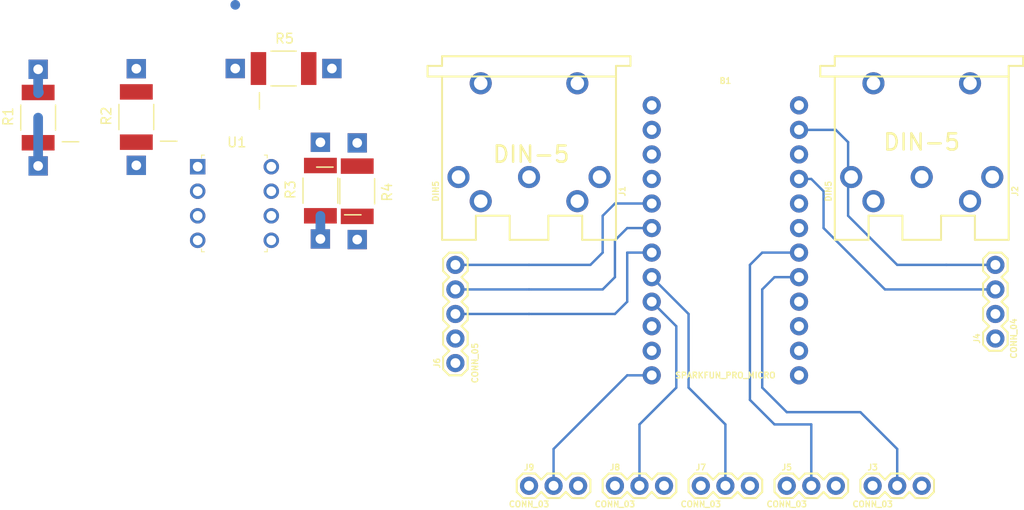
<source format=kicad_pcb>
(kicad_pcb (version 20171130) (host pcbnew "(5.1.4-0-10_14)")

  (general
    (thickness 1.6)
    (drawings 0)
    (tracks 58)
    (zones 0)
    (modules 16)
    (nets 39)
  )

  (page A4)
  (layers
    (0 F.Cu signal)
    (31 B.Cu signal)
    (32 B.Adhes user)
    (33 F.Adhes user)
    (34 B.Paste user)
    (35 F.Paste user)
    (36 B.SilkS user)
    (37 F.SilkS user)
    (38 B.Mask user)
    (39 F.Mask user)
    (40 Dwgs.User user)
    (41 Cmts.User user)
    (42 Eco1.User user)
    (43 Eco2.User user)
    (44 Edge.Cuts user)
    (45 Margin user)
    (46 B.CrtYd user)
    (47 F.CrtYd user)
    (48 B.Fab user)
    (49 F.Fab user)
  )

  (setup
    (last_trace_width 0.25)
    (user_trace_width 1)
    (user_trace_width 1.2)
    (user_trace_width 1.5)
    (user_trace_width 2)
    (trace_clearance 0.2)
    (zone_clearance 0.508)
    (zone_45_only no)
    (trace_min 0.2)
    (via_size 0.8)
    (via_drill 0.4)
    (via_min_size 0.4)
    (via_min_drill 0.3)
    (uvia_size 0.3)
    (uvia_drill 0.1)
    (uvias_allowed no)
    (uvia_min_size 0.2)
    (uvia_min_drill 0.1)
    (edge_width 0.05)
    (segment_width 0.2)
    (pcb_text_width 0.3)
    (pcb_text_size 1.5 1.5)
    (mod_edge_width 0.12)
    (mod_text_size 1 1)
    (mod_text_width 0.15)
    (pad_size 1.524 1.524)
    (pad_drill 0.762)
    (pad_to_mask_clearance 0.051)
    (solder_mask_min_width 0.25)
    (aux_axis_origin 0 0)
    (visible_elements FFFFFF7F)
    (pcbplotparams
      (layerselection 0x010fc_ffffffff)
      (usegerberextensions false)
      (usegerberattributes false)
      (usegerberadvancedattributes false)
      (creategerberjobfile false)
      (excludeedgelayer true)
      (linewidth 0.100000)
      (plotframeref false)
      (viasonmask false)
      (mode 1)
      (useauxorigin false)
      (hpglpennumber 1)
      (hpglpenspeed 20)
      (hpglpendiameter 15.000000)
      (psnegative false)
      (psa4output false)
      (plotreference true)
      (plotvalue true)
      (plotinvisibletext false)
      (padsonsilk false)
      (subtractmaskfromsilk false)
      (outputformat 1)
      (mirror false)
      (drillshape 1)
      (scaleselection 1)
      (outputdirectory ""))
  )

  (net 0 "")
  (net 1 "Net-(B1-Pad24)")
  (net 2 GND)
  (net 3 "Net-(B1-Pad22)")
  (net 4 "Net-(B1-Pad21)")
  (net 5 "Net-(B1-Pad20)")
  (net 6 "Net-(B1-Pad19)")
  (net 7 "Net-(B1-Pad18)")
  (net 8 "Net-(B1-Pad17)")
  (net 9 "Net-(B1-Pad16)")
  (net 10 "Net-(B1-Pad15)")
  (net 11 "Net-(B1-Pad14)")
  (net 12 "Net-(B1-Pad13)")
  (net 13 "Net-(B1-Pad12)")
  (net 14 "Net-(B1-Pad11)")
  (net 15 "Net-(B1-Pad10)")
  (net 16 "Net-(B1-Pad9)")
  (net 17 "Net-(B1-Pad8)")
  (net 18 "Net-(B1-Pad7)")
  (net 19 "Net-(B1-Pad6)")
  (net 20 "Net-(B1-Pad5)")
  (net 21 "Net-(B1-Pad4)")
  (net 22 "Net-(B1-Pad3)")
  (net 23 "Net-(B1-Pad2)")
  (net 24 "Net-(B1-Pad1)")
  (net 25 "Net-(J1-Pad5)")
  (net 26 "Net-(J1-Pad4)")
  (net 27 "Net-(J1-Pad3)")
  (net 28 "Net-(J1-Pad2)")
  (net 29 "Net-(J1-Pad1)")
  (net 30 "Net-(J2-Pad4)")
  (net 31 "Net-(J2-Pad3)")
  (net 32 "Net-(J2-Pad2)")
  (net 33 "Net-(J2-Pad1)")
  (net 34 "Net-(R1-Pad1)")
  (net 35 "Net-(R2-Pad1)")
  (net 36 "Net-(R4-Pad1)")
  (net 37 "Net-(U1-Pad4)")
  (net 38 "Net-(U1-Pad1)")

  (net_class Default "This is the default net class."
    (clearance 0.2)
    (trace_width 0.25)
    (via_dia 0.8)
    (via_drill 0.4)
    (uvia_dia 0.3)
    (uvia_drill 0.1)
    (add_net GND)
    (add_net "Net-(B1-Pad1)")
    (add_net "Net-(B1-Pad10)")
    (add_net "Net-(B1-Pad11)")
    (add_net "Net-(B1-Pad12)")
    (add_net "Net-(B1-Pad13)")
    (add_net "Net-(B1-Pad14)")
    (add_net "Net-(B1-Pad15)")
    (add_net "Net-(B1-Pad16)")
    (add_net "Net-(B1-Pad17)")
    (add_net "Net-(B1-Pad18)")
    (add_net "Net-(B1-Pad19)")
    (add_net "Net-(B1-Pad2)")
    (add_net "Net-(B1-Pad20)")
    (add_net "Net-(B1-Pad21)")
    (add_net "Net-(B1-Pad22)")
    (add_net "Net-(B1-Pad24)")
    (add_net "Net-(B1-Pad3)")
    (add_net "Net-(B1-Pad4)")
    (add_net "Net-(B1-Pad5)")
    (add_net "Net-(B1-Pad6)")
    (add_net "Net-(B1-Pad7)")
    (add_net "Net-(B1-Pad8)")
    (add_net "Net-(B1-Pad9)")
    (add_net "Net-(J1-Pad1)")
    (add_net "Net-(J1-Pad2)")
    (add_net "Net-(J1-Pad3)")
    (add_net "Net-(J1-Pad4)")
    (add_net "Net-(J1-Pad5)")
    (add_net "Net-(J2-Pad1)")
    (add_net "Net-(J2-Pad2)")
    (add_net "Net-(J2-Pad3)")
    (add_net "Net-(J2-Pad4)")
    (add_net "Net-(R1-Pad1)")
    (add_net "Net-(R2-Pad1)")
    (add_net "Net-(R4-Pad1)")
    (add_net "Net-(U1-Pad1)")
    (add_net "Net-(U1-Pad4)")
  )

  (module Sparkfun_Connectors:1X03 (layer F.Cu) (tedit 200000) (tstamp 5DBDC84F)
    (at 123.19 80.01)
    (descr "PLATED THROUGH HOLE - 3 PIN")
    (tags "PLATED THROUGH HOLE - 3 PIN")
    (path /5DC7B154)
    (attr virtual)
    (fp_text reference J9 (at 0 -1.905) (layer F.SilkS)
      (effects (font (size 0.6096 0.6096) (thickness 0.127)))
    )
    (fp_text value CONN_03 (at 0 1.905) (layer F.SilkS)
      (effects (font (size 0.6096 0.6096) (thickness 0.127)))
    )
    (fp_line (start 6.35 -0.635) (end 6.35 0.635) (layer F.SilkS) (width 0.2032))
    (fp_line (start 0.635 1.27) (end -0.635 1.27) (layer F.SilkS) (width 0.2032))
    (fp_line (start -1.27 0.635) (end -0.635 1.27) (layer F.SilkS) (width 0.2032))
    (fp_line (start -0.635 -1.27) (end -1.27 -0.635) (layer F.SilkS) (width 0.2032))
    (fp_line (start -1.27 -0.635) (end -1.27 0.635) (layer F.SilkS) (width 0.2032))
    (fp_line (start 1.905 1.27) (end 1.27 0.635) (layer F.SilkS) (width 0.2032))
    (fp_line (start 3.175 1.27) (end 1.905 1.27) (layer F.SilkS) (width 0.2032))
    (fp_line (start 3.81 0.635) (end 3.175 1.27) (layer F.SilkS) (width 0.2032))
    (fp_line (start 3.175 -1.27) (end 3.81 -0.635) (layer F.SilkS) (width 0.2032))
    (fp_line (start 1.905 -1.27) (end 3.175 -1.27) (layer F.SilkS) (width 0.2032))
    (fp_line (start 1.27 -0.635) (end 1.905 -1.27) (layer F.SilkS) (width 0.2032))
    (fp_line (start 1.27 0.635) (end 0.635 1.27) (layer F.SilkS) (width 0.2032))
    (fp_line (start 0.635 -1.27) (end 1.27 -0.635) (layer F.SilkS) (width 0.2032))
    (fp_line (start -0.635 -1.27) (end 0.635 -1.27) (layer F.SilkS) (width 0.2032))
    (fp_line (start 4.445 1.27) (end 3.81 0.635) (layer F.SilkS) (width 0.2032))
    (fp_line (start 5.715 1.27) (end 4.445 1.27) (layer F.SilkS) (width 0.2032))
    (fp_line (start 6.35 0.635) (end 5.715 1.27) (layer F.SilkS) (width 0.2032))
    (fp_line (start 5.715 -1.27) (end 6.35 -0.635) (layer F.SilkS) (width 0.2032))
    (fp_line (start 4.445 -1.27) (end 5.715 -1.27) (layer F.SilkS) (width 0.2032))
    (fp_line (start 3.81 -0.635) (end 4.445 -1.27) (layer F.SilkS) (width 0.2032))
    (fp_line (start -0.254 0.254) (end -0.254 -0.254) (layer Dwgs.User) (width 0.06604))
    (fp_line (start -0.254 -0.254) (end 0.254 -0.254) (layer Dwgs.User) (width 0.06604))
    (fp_line (start 0.254 0.254) (end 0.254 -0.254) (layer Dwgs.User) (width 0.06604))
    (fp_line (start -0.254 0.254) (end 0.254 0.254) (layer Dwgs.User) (width 0.06604))
    (fp_line (start 2.286 0.254) (end 2.286 -0.254) (layer Dwgs.User) (width 0.06604))
    (fp_line (start 2.286 -0.254) (end 2.794 -0.254) (layer Dwgs.User) (width 0.06604))
    (fp_line (start 2.794 0.254) (end 2.794 -0.254) (layer Dwgs.User) (width 0.06604))
    (fp_line (start 2.286 0.254) (end 2.794 0.254) (layer Dwgs.User) (width 0.06604))
    (fp_line (start 4.826 0.254) (end 4.826 -0.254) (layer Dwgs.User) (width 0.06604))
    (fp_line (start 4.826 -0.254) (end 5.334 -0.254) (layer Dwgs.User) (width 0.06604))
    (fp_line (start 5.334 0.254) (end 5.334 -0.254) (layer Dwgs.User) (width 0.06604))
    (fp_line (start 4.826 0.254) (end 5.334 0.254) (layer Dwgs.User) (width 0.06604))
    (pad 3 thru_hole circle (at 5.08 0) (size 1.8796 1.8796) (drill 1.016) (layers *.Cu *.Mask)
      (net 2 GND) (solder_mask_margin 0.1016))
    (pad 2 thru_hole circle (at 2.54 0) (size 1.8796 1.8796) (drill 1.016) (layers *.Cu *.Mask)
      (net 13 "Net-(B1-Pad12)") (solder_mask_margin 0.1016))
    (pad 1 thru_hole circle (at 0 0) (size 1.8796 1.8796) (drill 1.016) (layers *.Cu *.Mask)
      (net 4 "Net-(B1-Pad21)") (solder_mask_margin 0.1016))
  )

  (module Sparkfun_Connectors:1X03 (layer F.Cu) (tedit 200000) (tstamp 5DBDC828)
    (at 132.08 80.01)
    (descr "PLATED THROUGH HOLE - 3 PIN")
    (tags "PLATED THROUGH HOLE - 3 PIN")
    (path /5DC7B833)
    (attr virtual)
    (fp_text reference J8 (at 0 -1.905) (layer F.SilkS)
      (effects (font (size 0.6096 0.6096) (thickness 0.127)))
    )
    (fp_text value CONN_03 (at 0 1.905) (layer F.SilkS)
      (effects (font (size 0.6096 0.6096) (thickness 0.127)))
    )
    (fp_line (start 6.35 -0.635) (end 6.35 0.635) (layer F.SilkS) (width 0.2032))
    (fp_line (start 0.635 1.27) (end -0.635 1.27) (layer F.SilkS) (width 0.2032))
    (fp_line (start -1.27 0.635) (end -0.635 1.27) (layer F.SilkS) (width 0.2032))
    (fp_line (start -0.635 -1.27) (end -1.27 -0.635) (layer F.SilkS) (width 0.2032))
    (fp_line (start -1.27 -0.635) (end -1.27 0.635) (layer F.SilkS) (width 0.2032))
    (fp_line (start 1.905 1.27) (end 1.27 0.635) (layer F.SilkS) (width 0.2032))
    (fp_line (start 3.175 1.27) (end 1.905 1.27) (layer F.SilkS) (width 0.2032))
    (fp_line (start 3.81 0.635) (end 3.175 1.27) (layer F.SilkS) (width 0.2032))
    (fp_line (start 3.175 -1.27) (end 3.81 -0.635) (layer F.SilkS) (width 0.2032))
    (fp_line (start 1.905 -1.27) (end 3.175 -1.27) (layer F.SilkS) (width 0.2032))
    (fp_line (start 1.27 -0.635) (end 1.905 -1.27) (layer F.SilkS) (width 0.2032))
    (fp_line (start 1.27 0.635) (end 0.635 1.27) (layer F.SilkS) (width 0.2032))
    (fp_line (start 0.635 -1.27) (end 1.27 -0.635) (layer F.SilkS) (width 0.2032))
    (fp_line (start -0.635 -1.27) (end 0.635 -1.27) (layer F.SilkS) (width 0.2032))
    (fp_line (start 4.445 1.27) (end 3.81 0.635) (layer F.SilkS) (width 0.2032))
    (fp_line (start 5.715 1.27) (end 4.445 1.27) (layer F.SilkS) (width 0.2032))
    (fp_line (start 6.35 0.635) (end 5.715 1.27) (layer F.SilkS) (width 0.2032))
    (fp_line (start 5.715 -1.27) (end 6.35 -0.635) (layer F.SilkS) (width 0.2032))
    (fp_line (start 4.445 -1.27) (end 5.715 -1.27) (layer F.SilkS) (width 0.2032))
    (fp_line (start 3.81 -0.635) (end 4.445 -1.27) (layer F.SilkS) (width 0.2032))
    (fp_line (start -0.254 0.254) (end -0.254 -0.254) (layer Dwgs.User) (width 0.06604))
    (fp_line (start -0.254 -0.254) (end 0.254 -0.254) (layer Dwgs.User) (width 0.06604))
    (fp_line (start 0.254 0.254) (end 0.254 -0.254) (layer Dwgs.User) (width 0.06604))
    (fp_line (start -0.254 0.254) (end 0.254 0.254) (layer Dwgs.User) (width 0.06604))
    (fp_line (start 2.286 0.254) (end 2.286 -0.254) (layer Dwgs.User) (width 0.06604))
    (fp_line (start 2.286 -0.254) (end 2.794 -0.254) (layer Dwgs.User) (width 0.06604))
    (fp_line (start 2.794 0.254) (end 2.794 -0.254) (layer Dwgs.User) (width 0.06604))
    (fp_line (start 2.286 0.254) (end 2.794 0.254) (layer Dwgs.User) (width 0.06604))
    (fp_line (start 4.826 0.254) (end 4.826 -0.254) (layer Dwgs.User) (width 0.06604))
    (fp_line (start 4.826 -0.254) (end 5.334 -0.254) (layer Dwgs.User) (width 0.06604))
    (fp_line (start 5.334 0.254) (end 5.334 -0.254) (layer Dwgs.User) (width 0.06604))
    (fp_line (start 4.826 0.254) (end 5.334 0.254) (layer Dwgs.User) (width 0.06604))
    (pad 3 thru_hole circle (at 5.08 0) (size 1.8796 1.8796) (drill 1.016) (layers *.Cu *.Mask)
      (net 2 GND) (solder_mask_margin 0.1016))
    (pad 2 thru_hole circle (at 2.54 0) (size 1.8796 1.8796) (drill 1.016) (layers *.Cu *.Mask)
      (net 16 "Net-(B1-Pad9)") (solder_mask_margin 0.1016))
    (pad 1 thru_hole circle (at 0 0) (size 1.8796 1.8796) (drill 1.016) (layers *.Cu *.Mask)
      (net 4 "Net-(B1-Pad21)") (solder_mask_margin 0.1016))
  )

  (module Sparkfun_Connectors:1X03 (layer F.Cu) (tedit 200000) (tstamp 5DBDC801)
    (at 140.97 80.01)
    (descr "PLATED THROUGH HOLE - 3 PIN")
    (tags "PLATED THROUGH HOLE - 3 PIN")
    (path /5DC7BBB2)
    (attr virtual)
    (fp_text reference J7 (at 0 -1.905) (layer F.SilkS)
      (effects (font (size 0.6096 0.6096) (thickness 0.127)))
    )
    (fp_text value CONN_03 (at 0 1.905) (layer F.SilkS)
      (effects (font (size 0.6096 0.6096) (thickness 0.127)))
    )
    (fp_line (start 6.35 -0.635) (end 6.35 0.635) (layer F.SilkS) (width 0.2032))
    (fp_line (start 0.635 1.27) (end -0.635 1.27) (layer F.SilkS) (width 0.2032))
    (fp_line (start -1.27 0.635) (end -0.635 1.27) (layer F.SilkS) (width 0.2032))
    (fp_line (start -0.635 -1.27) (end -1.27 -0.635) (layer F.SilkS) (width 0.2032))
    (fp_line (start -1.27 -0.635) (end -1.27 0.635) (layer F.SilkS) (width 0.2032))
    (fp_line (start 1.905 1.27) (end 1.27 0.635) (layer F.SilkS) (width 0.2032))
    (fp_line (start 3.175 1.27) (end 1.905 1.27) (layer F.SilkS) (width 0.2032))
    (fp_line (start 3.81 0.635) (end 3.175 1.27) (layer F.SilkS) (width 0.2032))
    (fp_line (start 3.175 -1.27) (end 3.81 -0.635) (layer F.SilkS) (width 0.2032))
    (fp_line (start 1.905 -1.27) (end 3.175 -1.27) (layer F.SilkS) (width 0.2032))
    (fp_line (start 1.27 -0.635) (end 1.905 -1.27) (layer F.SilkS) (width 0.2032))
    (fp_line (start 1.27 0.635) (end 0.635 1.27) (layer F.SilkS) (width 0.2032))
    (fp_line (start 0.635 -1.27) (end 1.27 -0.635) (layer F.SilkS) (width 0.2032))
    (fp_line (start -0.635 -1.27) (end 0.635 -1.27) (layer F.SilkS) (width 0.2032))
    (fp_line (start 4.445 1.27) (end 3.81 0.635) (layer F.SilkS) (width 0.2032))
    (fp_line (start 5.715 1.27) (end 4.445 1.27) (layer F.SilkS) (width 0.2032))
    (fp_line (start 6.35 0.635) (end 5.715 1.27) (layer F.SilkS) (width 0.2032))
    (fp_line (start 5.715 -1.27) (end 6.35 -0.635) (layer F.SilkS) (width 0.2032))
    (fp_line (start 4.445 -1.27) (end 5.715 -1.27) (layer F.SilkS) (width 0.2032))
    (fp_line (start 3.81 -0.635) (end 4.445 -1.27) (layer F.SilkS) (width 0.2032))
    (fp_line (start -0.254 0.254) (end -0.254 -0.254) (layer Dwgs.User) (width 0.06604))
    (fp_line (start -0.254 -0.254) (end 0.254 -0.254) (layer Dwgs.User) (width 0.06604))
    (fp_line (start 0.254 0.254) (end 0.254 -0.254) (layer Dwgs.User) (width 0.06604))
    (fp_line (start -0.254 0.254) (end 0.254 0.254) (layer Dwgs.User) (width 0.06604))
    (fp_line (start 2.286 0.254) (end 2.286 -0.254) (layer Dwgs.User) (width 0.06604))
    (fp_line (start 2.286 -0.254) (end 2.794 -0.254) (layer Dwgs.User) (width 0.06604))
    (fp_line (start 2.794 0.254) (end 2.794 -0.254) (layer Dwgs.User) (width 0.06604))
    (fp_line (start 2.286 0.254) (end 2.794 0.254) (layer Dwgs.User) (width 0.06604))
    (fp_line (start 4.826 0.254) (end 4.826 -0.254) (layer Dwgs.User) (width 0.06604))
    (fp_line (start 4.826 -0.254) (end 5.334 -0.254) (layer Dwgs.User) (width 0.06604))
    (fp_line (start 5.334 0.254) (end 5.334 -0.254) (layer Dwgs.User) (width 0.06604))
    (fp_line (start 4.826 0.254) (end 5.334 0.254) (layer Dwgs.User) (width 0.06604))
    (pad 3 thru_hole circle (at 5.08 0) (size 1.8796 1.8796) (drill 1.016) (layers *.Cu *.Mask)
      (net 2 GND) (solder_mask_margin 0.1016))
    (pad 2 thru_hole circle (at 2.54 0) (size 1.8796 1.8796) (drill 1.016) (layers *.Cu *.Mask)
      (net 17 "Net-(B1-Pad8)") (solder_mask_margin 0.1016))
    (pad 1 thru_hole circle (at 0 0) (size 1.8796 1.8796) (drill 1.016) (layers *.Cu *.Mask)
      (net 4 "Net-(B1-Pad21)") (solder_mask_margin 0.1016))
  )

  (module Sparkfun_Connectors:1X03 (layer F.Cu) (tedit 200000) (tstamp 5DBDAFD3)
    (at 149.86 80.01)
    (descr "PLATED THROUGH HOLE - 3 PIN")
    (tags "PLATED THROUGH HOLE - 3 PIN")
    (path /5DC71CAA)
    (attr virtual)
    (fp_text reference J5 (at 0 -1.905) (layer F.SilkS)
      (effects (font (size 0.6096 0.6096) (thickness 0.127)))
    )
    (fp_text value CONN_03 (at 0 1.905) (layer F.SilkS)
      (effects (font (size 0.6096 0.6096) (thickness 0.127)))
    )
    (fp_line (start 6.35 -0.635) (end 6.35 0.635) (layer F.SilkS) (width 0.2032))
    (fp_line (start 0.635 1.27) (end -0.635 1.27) (layer F.SilkS) (width 0.2032))
    (fp_line (start -1.27 0.635) (end -0.635 1.27) (layer F.SilkS) (width 0.2032))
    (fp_line (start -0.635 -1.27) (end -1.27 -0.635) (layer F.SilkS) (width 0.2032))
    (fp_line (start -1.27 -0.635) (end -1.27 0.635) (layer F.SilkS) (width 0.2032))
    (fp_line (start 1.905 1.27) (end 1.27 0.635) (layer F.SilkS) (width 0.2032))
    (fp_line (start 3.175 1.27) (end 1.905 1.27) (layer F.SilkS) (width 0.2032))
    (fp_line (start 3.81 0.635) (end 3.175 1.27) (layer F.SilkS) (width 0.2032))
    (fp_line (start 3.175 -1.27) (end 3.81 -0.635) (layer F.SilkS) (width 0.2032))
    (fp_line (start 1.905 -1.27) (end 3.175 -1.27) (layer F.SilkS) (width 0.2032))
    (fp_line (start 1.27 -0.635) (end 1.905 -1.27) (layer F.SilkS) (width 0.2032))
    (fp_line (start 1.27 0.635) (end 0.635 1.27) (layer F.SilkS) (width 0.2032))
    (fp_line (start 0.635 -1.27) (end 1.27 -0.635) (layer F.SilkS) (width 0.2032))
    (fp_line (start -0.635 -1.27) (end 0.635 -1.27) (layer F.SilkS) (width 0.2032))
    (fp_line (start 4.445 1.27) (end 3.81 0.635) (layer F.SilkS) (width 0.2032))
    (fp_line (start 5.715 1.27) (end 4.445 1.27) (layer F.SilkS) (width 0.2032))
    (fp_line (start 6.35 0.635) (end 5.715 1.27) (layer F.SilkS) (width 0.2032))
    (fp_line (start 5.715 -1.27) (end 6.35 -0.635) (layer F.SilkS) (width 0.2032))
    (fp_line (start 4.445 -1.27) (end 5.715 -1.27) (layer F.SilkS) (width 0.2032))
    (fp_line (start 3.81 -0.635) (end 4.445 -1.27) (layer F.SilkS) (width 0.2032))
    (fp_line (start -0.254 0.254) (end -0.254 -0.254) (layer Dwgs.User) (width 0.06604))
    (fp_line (start -0.254 -0.254) (end 0.254 -0.254) (layer Dwgs.User) (width 0.06604))
    (fp_line (start 0.254 0.254) (end 0.254 -0.254) (layer Dwgs.User) (width 0.06604))
    (fp_line (start -0.254 0.254) (end 0.254 0.254) (layer Dwgs.User) (width 0.06604))
    (fp_line (start 2.286 0.254) (end 2.286 -0.254) (layer Dwgs.User) (width 0.06604))
    (fp_line (start 2.286 -0.254) (end 2.794 -0.254) (layer Dwgs.User) (width 0.06604))
    (fp_line (start 2.794 0.254) (end 2.794 -0.254) (layer Dwgs.User) (width 0.06604))
    (fp_line (start 2.286 0.254) (end 2.794 0.254) (layer Dwgs.User) (width 0.06604))
    (fp_line (start 4.826 0.254) (end 4.826 -0.254) (layer Dwgs.User) (width 0.06604))
    (fp_line (start 4.826 -0.254) (end 5.334 -0.254) (layer Dwgs.User) (width 0.06604))
    (fp_line (start 5.334 0.254) (end 5.334 -0.254) (layer Dwgs.User) (width 0.06604))
    (fp_line (start 4.826 0.254) (end 5.334 0.254) (layer Dwgs.User) (width 0.06604))
    (pad 3 thru_hole circle (at 5.08 0) (size 1.8796 1.8796) (drill 1.016) (layers *.Cu *.Mask)
      (net 2 GND) (solder_mask_margin 0.1016))
    (pad 2 thru_hole circle (at 2.54 0) (size 1.8796 1.8796) (drill 1.016) (layers *.Cu *.Mask)
      (net 7 "Net-(B1-Pad18)") (solder_mask_margin 0.1016))
    (pad 1 thru_hole circle (at 0 0) (size 1.8796 1.8796) (drill 1.016) (layers *.Cu *.Mask)
      (net 4 "Net-(B1-Pad21)") (solder_mask_margin 0.1016))
  )

  (module Sparkfun_Connectors:1X04 (layer F.Cu) (tedit 5963D2C6) (tstamp 5DBDAFAC)
    (at 171.45 64.77 90)
    (descr "PLATED THROUGH HOLE - 4 PIN")
    (tags "PLATED THROUGH HOLE - 4 PIN")
    (path /5DC6CDC2)
    (attr virtual)
    (fp_text reference J4 (at 0 -1.905 90) (layer F.SilkS)
      (effects (font (size 0.6096 0.6096) (thickness 0.127)))
    )
    (fp_text value CONN_04 (at 0 1.905 90) (layer F.SilkS)
      (effects (font (size 0.6096 0.6096) (thickness 0.127)))
    )
    (fp_line (start 8.89 -0.635) (end 8.89 0.635) (layer F.SilkS) (width 0.2032))
    (fp_line (start 0.635 1.27) (end -0.635 1.27) (layer F.SilkS) (width 0.2032))
    (fp_line (start -1.27 0.635) (end -0.635 1.27) (layer F.SilkS) (width 0.2032))
    (fp_line (start -0.635 -1.27) (end -1.27 -0.635) (layer F.SilkS) (width 0.2032))
    (fp_line (start -1.27 -0.635) (end -1.27 0.635) (layer F.SilkS) (width 0.2032))
    (fp_line (start 1.905 1.27) (end 1.27 0.635) (layer F.SilkS) (width 0.2032))
    (fp_line (start 3.175 1.27) (end 1.905 1.27) (layer F.SilkS) (width 0.2032))
    (fp_line (start 3.81 0.635) (end 3.175 1.27) (layer F.SilkS) (width 0.2032))
    (fp_line (start 3.175 -1.27) (end 3.81 -0.635) (layer F.SilkS) (width 0.2032))
    (fp_line (start 1.905 -1.27) (end 3.175 -1.27) (layer F.SilkS) (width 0.2032))
    (fp_line (start 1.27 -0.635) (end 1.905 -1.27) (layer F.SilkS) (width 0.2032))
    (fp_line (start 1.27 0.635) (end 0.635 1.27) (layer F.SilkS) (width 0.2032))
    (fp_line (start 0.635 -1.27) (end 1.27 -0.635) (layer F.SilkS) (width 0.2032))
    (fp_line (start -0.635 -1.27) (end 0.635 -1.27) (layer F.SilkS) (width 0.2032))
    (fp_line (start 8.255 1.27) (end 6.985 1.27) (layer F.SilkS) (width 0.2032))
    (fp_line (start 6.35 0.635) (end 6.985 1.27) (layer F.SilkS) (width 0.2032))
    (fp_line (start 6.985 -1.27) (end 6.35 -0.635) (layer F.SilkS) (width 0.2032))
    (fp_line (start 4.445 1.27) (end 3.81 0.635) (layer F.SilkS) (width 0.2032))
    (fp_line (start 5.715 1.27) (end 4.445 1.27) (layer F.SilkS) (width 0.2032))
    (fp_line (start 6.35 0.635) (end 5.715 1.27) (layer F.SilkS) (width 0.2032))
    (fp_line (start 5.715 -1.27) (end 6.35 -0.635) (layer F.SilkS) (width 0.2032))
    (fp_line (start 4.445 -1.27) (end 5.715 -1.27) (layer F.SilkS) (width 0.2032))
    (fp_line (start 3.81 -0.635) (end 4.445 -1.27) (layer F.SilkS) (width 0.2032))
    (fp_line (start 8.89 0.635) (end 8.255 1.27) (layer F.SilkS) (width 0.2032))
    (fp_line (start 8.255 -1.27) (end 8.89 -0.635) (layer F.SilkS) (width 0.2032))
    (fp_line (start 6.985 -1.27) (end 8.255 -1.27) (layer F.SilkS) (width 0.2032))
    (pad 4 thru_hole circle (at 7.62 0 90) (size 1.8796 1.8796) (drill 1.016) (layers *.Cu *.Mask)
      (net 2 GND) (solder_mask_margin 0.1016))
    (pad 3 thru_hole circle (at 5.08 0 90) (size 1.8796 1.8796) (drill 1.016) (layers *.Cu *.Mask)
      (net 4 "Net-(B1-Pad21)") (solder_mask_margin 0.1016))
    (pad 2 thru_hole circle (at 2.54 0 90) (size 1.8796 1.8796) (drill 1.016) (layers *.Cu *.Mask)
      (net 9 "Net-(B1-Pad16)") (solder_mask_margin 0.1016))
    (pad 1 thru_hole circle (at 0 0 90) (size 1.8796 1.8796) (drill 1.016) (layers *.Cu *.Mask)
      (net 10 "Net-(B1-Pad15)") (solder_mask_margin 0.1016))
  )

  (module Sparkfun_Connectors:1X03 (layer F.Cu) (tedit 200000) (tstamp 5DBDAF8A)
    (at 158.75 80.01)
    (descr "PLATED THROUGH HOLE - 3 PIN")
    (tags "PLATED THROUGH HOLE - 3 PIN")
    (path /5DC71122)
    (attr virtual)
    (fp_text reference J3 (at 0 -1.905) (layer F.SilkS)
      (effects (font (size 0.6096 0.6096) (thickness 0.127)))
    )
    (fp_text value CONN_03 (at 0 1.905) (layer F.SilkS)
      (effects (font (size 0.6096 0.6096) (thickness 0.127)))
    )
    (fp_line (start 6.35 -0.635) (end 6.35 0.635) (layer F.SilkS) (width 0.2032))
    (fp_line (start 0.635 1.27) (end -0.635 1.27) (layer F.SilkS) (width 0.2032))
    (fp_line (start -1.27 0.635) (end -0.635 1.27) (layer F.SilkS) (width 0.2032))
    (fp_line (start -0.635 -1.27) (end -1.27 -0.635) (layer F.SilkS) (width 0.2032))
    (fp_line (start -1.27 -0.635) (end -1.27 0.635) (layer F.SilkS) (width 0.2032))
    (fp_line (start 1.905 1.27) (end 1.27 0.635) (layer F.SilkS) (width 0.2032))
    (fp_line (start 3.175 1.27) (end 1.905 1.27) (layer F.SilkS) (width 0.2032))
    (fp_line (start 3.81 0.635) (end 3.175 1.27) (layer F.SilkS) (width 0.2032))
    (fp_line (start 3.175 -1.27) (end 3.81 -0.635) (layer F.SilkS) (width 0.2032))
    (fp_line (start 1.905 -1.27) (end 3.175 -1.27) (layer F.SilkS) (width 0.2032))
    (fp_line (start 1.27 -0.635) (end 1.905 -1.27) (layer F.SilkS) (width 0.2032))
    (fp_line (start 1.27 0.635) (end 0.635 1.27) (layer F.SilkS) (width 0.2032))
    (fp_line (start 0.635 -1.27) (end 1.27 -0.635) (layer F.SilkS) (width 0.2032))
    (fp_line (start -0.635 -1.27) (end 0.635 -1.27) (layer F.SilkS) (width 0.2032))
    (fp_line (start 4.445 1.27) (end 3.81 0.635) (layer F.SilkS) (width 0.2032))
    (fp_line (start 5.715 1.27) (end 4.445 1.27) (layer F.SilkS) (width 0.2032))
    (fp_line (start 6.35 0.635) (end 5.715 1.27) (layer F.SilkS) (width 0.2032))
    (fp_line (start 5.715 -1.27) (end 6.35 -0.635) (layer F.SilkS) (width 0.2032))
    (fp_line (start 4.445 -1.27) (end 5.715 -1.27) (layer F.SilkS) (width 0.2032))
    (fp_line (start 3.81 -0.635) (end 4.445 -1.27) (layer F.SilkS) (width 0.2032))
    (fp_line (start -0.254 0.254) (end -0.254 -0.254) (layer Dwgs.User) (width 0.06604))
    (fp_line (start -0.254 -0.254) (end 0.254 -0.254) (layer Dwgs.User) (width 0.06604))
    (fp_line (start 0.254 0.254) (end 0.254 -0.254) (layer Dwgs.User) (width 0.06604))
    (fp_line (start -0.254 0.254) (end 0.254 0.254) (layer Dwgs.User) (width 0.06604))
    (fp_line (start 2.286 0.254) (end 2.286 -0.254) (layer Dwgs.User) (width 0.06604))
    (fp_line (start 2.286 -0.254) (end 2.794 -0.254) (layer Dwgs.User) (width 0.06604))
    (fp_line (start 2.794 0.254) (end 2.794 -0.254) (layer Dwgs.User) (width 0.06604))
    (fp_line (start 2.286 0.254) (end 2.794 0.254) (layer Dwgs.User) (width 0.06604))
    (fp_line (start 4.826 0.254) (end 4.826 -0.254) (layer Dwgs.User) (width 0.06604))
    (fp_line (start 4.826 -0.254) (end 5.334 -0.254) (layer Dwgs.User) (width 0.06604))
    (fp_line (start 5.334 0.254) (end 5.334 -0.254) (layer Dwgs.User) (width 0.06604))
    (fp_line (start 4.826 0.254) (end 5.334 0.254) (layer Dwgs.User) (width 0.06604))
    (pad 3 thru_hole circle (at 5.08 0) (size 1.8796 1.8796) (drill 1.016) (layers *.Cu *.Mask)
      (net 2 GND) (solder_mask_margin 0.1016))
    (pad 2 thru_hole circle (at 2.54 0) (size 1.8796 1.8796) (drill 1.016) (layers *.Cu *.Mask)
      (net 8 "Net-(B1-Pad17)") (solder_mask_margin 0.1016))
    (pad 1 thru_hole circle (at 0 0) (size 1.8796 1.8796) (drill 1.016) (layers *.Cu *.Mask)
      (net 4 "Net-(B1-Pad21)") (solder_mask_margin 0.1016))
  )

  (module Resistors_Universal:Resistor_SMD+THTuniversal_2512_RM10_HandSoldering_RevA_Date25Jun2010 (layer F.Cu) (tedit 0) (tstamp 5DBB3359)
    (at 97.79 36.83)
    (descr "Resistor, SMD+THT, 2512, RM10, Hand soldering,")
    (tags "Resistor, SMD+THT, 2512, RM10, Hand soldering,")
    (path /5DBF0CBC)
    (fp_text reference R5 (at 0.09906 -3.0988) (layer F.SilkS)
      (effects (font (size 1 1) (thickness 0.15)))
    )
    (fp_text value RESISTOR0402 (at -0.39878 4.20116) (layer F.Fab)
      (effects (font (size 1 1) (thickness 0.15)))
    )
    (fp_line (start -1.30048 1.80086) (end 1.30048 1.80086) (layer F.SilkS) (width 0.15))
    (fp_line (start 1.30048 -1.80086) (end -1.30048 -1.80086) (layer F.SilkS) (width 0.15))
    (fp_line (start -2.49936 2.49936) (end -2.49936 4.20116) (layer F.SilkS) (width 0.15))
    (fp_circle (center 0 0) (end 0.8001 0) (layer F.Adhes) (width 0.381))
    (fp_circle (center 0 0) (end 0.50038 0) (layer F.Adhes) (width 0.381))
    (fp_circle (center 0 0) (end 0.20066 0) (layer F.Adhes) (width 0.381))
    (pad 1 smd rect (at -2.60096 0) (size 1.6002 3.40106) (layers F.Cu F.Paste F.Mask)
      (net 30 "Net-(J2-Pad4)"))
    (pad 2 smd rect (at 2.60096 0) (size 1.6002 3.40106) (layers F.Cu F.Paste F.Mask)
      (net 24 "Net-(B1-Pad1)"))
    (pad 1 thru_hole rect (at -5.00126 0 180) (size 1.99898 1.99898) (drill 1.00076) (layers *.Cu *.Mask)
      (net 30 "Net-(J2-Pad4)"))
    (pad 2 thru_hole rect (at 5.00126 0 180) (size 1.99898 1.99898) (drill 1.00076) (layers *.Cu *.Mask)
      (net 24 "Net-(B1-Pad1)"))
  )

  (module Resistors_Universal:Resistor_SMD+THTuniversal_2512_RM10_HandSoldering_RevA_Date25Jun2010 (layer F.Cu) (tedit 0) (tstamp 5DBB3341)
    (at 105.41 49.53 270)
    (descr "Resistor, SMD+THT, 2512, RM10, Hand soldering,")
    (tags "Resistor, SMD+THT, 2512, RM10, Hand soldering,")
    (path /5DBF17C6)
    (fp_text reference R4 (at 0.09906 -3.0988 90) (layer F.SilkS)
      (effects (font (size 1 1) (thickness 0.15)))
    )
    (fp_text value RESISTOR0402 (at -0.39878 4.20116 90) (layer F.Fab)
      (effects (font (size 1 1) (thickness 0.15)))
    )
    (fp_line (start -1.30048 1.80086) (end 1.30048 1.80086) (layer F.SilkS) (width 0.15))
    (fp_line (start 1.30048 -1.80086) (end -1.30048 -1.80086) (layer F.SilkS) (width 0.15))
    (fp_line (start -2.49936 2.49936) (end -2.49936 4.20116) (layer F.SilkS) (width 0.15))
    (fp_circle (center 0 0) (end 0.8001 0) (layer F.Adhes) (width 0.381))
    (fp_circle (center 0 0) (end 0.50038 0) (layer F.Adhes) (width 0.381))
    (fp_circle (center 0 0) (end 0.20066 0) (layer F.Adhes) (width 0.381))
    (pad 1 smd rect (at -2.60096 0 270) (size 1.6002 3.40106) (layers F.Cu F.Paste F.Mask)
      (net 36 "Net-(R4-Pad1)"))
    (pad 2 smd rect (at 2.60096 0 270) (size 1.6002 3.40106) (layers F.Cu F.Paste F.Mask)
      (net 2 GND))
    (pad 1 thru_hole rect (at -5.00126 0 90) (size 1.99898 1.99898) (drill 1.00076) (layers *.Cu *.Mask)
      (net 36 "Net-(R4-Pad1)"))
    (pad 2 thru_hole rect (at 5.00126 0 90) (size 1.99898 1.99898) (drill 1.00076) (layers *.Cu *.Mask)
      (net 2 GND))
  )

  (module Resistors_Universal:Resistor_SMD+THTuniversal_2512_RM10_HandSoldering_RevA_Date25Jun2010 (layer F.Cu) (tedit 0) (tstamp 5DBB3329)
    (at 101.6 49.46904 90)
    (descr "Resistor, SMD+THT, 2512, RM10, Hand soldering,")
    (tags "Resistor, SMD+THT, 2512, RM10, Hand soldering,")
    (path /5DBF1137)
    (fp_text reference R3 (at 0.09906 -3.0988 90) (layer F.SilkS)
      (effects (font (size 1 1) (thickness 0.15)))
    )
    (fp_text value RESISTOR0402 (at -0.39878 4.20116 90) (layer F.Fab)
      (effects (font (size 1 1) (thickness 0.15)))
    )
    (fp_line (start -1.30048 1.80086) (end 1.30048 1.80086) (layer F.SilkS) (width 0.15))
    (fp_line (start 1.30048 -1.80086) (end -1.30048 -1.80086) (layer F.SilkS) (width 0.15))
    (fp_line (start -2.49936 2.49936) (end -2.49936 4.20116) (layer F.SilkS) (width 0.15))
    (fp_circle (center 0 0) (end 0.8001 0) (layer F.Adhes) (width 0.381))
    (fp_circle (center 0 0) (end 0.50038 0) (layer F.Adhes) (width 0.381))
    (fp_circle (center 0 0) (end 0.20066 0) (layer F.Adhes) (width 0.381))
    (pad 1 smd rect (at -2.60096 0 90) (size 1.6002 3.40106) (layers F.Cu F.Paste F.Mask)
      (net 23 "Net-(B1-Pad2)"))
    (pad 2 smd rect (at 2.60096 0 90) (size 1.6002 3.40106) (layers F.Cu F.Paste F.Mask)
      (net 4 "Net-(B1-Pad21)"))
    (pad 1 thru_hole rect (at -5.00126 0 270) (size 1.99898 1.99898) (drill 1.00076) (layers *.Cu *.Mask)
      (net 23 "Net-(B1-Pad2)"))
    (pad 2 thru_hole rect (at 5.00126 0 270) (size 1.99898 1.99898) (drill 1.00076) (layers *.Cu *.Mask)
      (net 4 "Net-(B1-Pad21)"))
  )

  (module Resistors_Universal:Resistor_SMD+THTuniversal_2512_RM10_HandSoldering_RevA_Date25Jun2010 (layer F.Cu) (tedit 0) (tstamp 5DBB32F9)
    (at 72.39 41.91 90)
    (descr "Resistor, SMD+THT, 2512, RM10, Hand soldering,")
    (tags "Resistor, SMD+THT, 2512, RM10, Hand soldering,")
    (path /5DBEFA23)
    (fp_text reference R1 (at 0.09906 -3.0988 90) (layer F.SilkS)
      (effects (font (size 1 1) (thickness 0.15)))
    )
    (fp_text value RESISTOR0402 (at -0.39878 4.20116 90) (layer F.Fab)
      (effects (font (size 1 1) (thickness 0.15)))
    )
    (fp_line (start -1.30048 1.80086) (end 1.30048 1.80086) (layer F.SilkS) (width 0.15))
    (fp_line (start 1.30048 -1.80086) (end -1.30048 -1.80086) (layer F.SilkS) (width 0.15))
    (fp_line (start -2.49936 2.49936) (end -2.49936 4.20116) (layer F.SilkS) (width 0.15))
    (fp_circle (center 0 0) (end 0.8001 0) (layer F.Adhes) (width 0.381))
    (fp_circle (center 0 0) (end 0.50038 0) (layer F.Adhes) (width 0.381))
    (fp_circle (center 0 0) (end 0.20066 0) (layer F.Adhes) (width 0.381))
    (pad 1 smd rect (at -2.60096 0 90) (size 1.6002 3.40106) (layers F.Cu F.Paste F.Mask)
      (net 34 "Net-(R1-Pad1)"))
    (pad 2 smd rect (at 2.60096 0 90) (size 1.6002 3.40106) (layers F.Cu F.Paste F.Mask)
      (net 26 "Net-(J1-Pad4)"))
    (pad 1 thru_hole rect (at -5.00126 0 270) (size 1.99898 1.99898) (drill 1.00076) (layers *.Cu *.Mask)
      (net 34 "Net-(R1-Pad1)"))
    (pad 2 thru_hole rect (at 5.00126 0 270) (size 1.99898 1.99898) (drill 1.00076) (layers *.Cu *.Mask)
      (net 26 "Net-(J1-Pad4)"))
  )

  (module Sparkfun_Connectors:1X05 (layer F.Cu) (tedit 5963D3C1) (tstamp 5DBDA428)
    (at 115.57 67.31 90)
    (descr "PLATED THROUGH HOLE - 5 PIN")
    (tags "PLATED THROUGH HOLE - 5 PIN")
    (path /5DC364B3)
    (attr virtual)
    (fp_text reference J6 (at 0 -1.905 90) (layer F.SilkS)
      (effects (font (size 0.6096 0.6096) (thickness 0.127)))
    )
    (fp_text value CONN_05 (at 0 2.032 90) (layer F.SilkS)
      (effects (font (size 0.6096 0.6096) (thickness 0.127)))
    )
    (fp_line (start 11.43 -0.635) (end 11.43 0.635) (layer F.SilkS) (width 0.2032))
    (fp_line (start 0.635 1.27) (end -0.635 1.27) (layer F.SilkS) (width 0.2032))
    (fp_line (start -1.27 0.635) (end -0.635 1.27) (layer F.SilkS) (width 0.2032))
    (fp_line (start -0.635 -1.27) (end -1.27 -0.635) (layer F.SilkS) (width 0.2032))
    (fp_line (start -1.27 -0.635) (end -1.27 0.635) (layer F.SilkS) (width 0.2032))
    (fp_line (start 1.905 1.27) (end 1.27 0.635) (layer F.SilkS) (width 0.2032))
    (fp_line (start 3.175 1.27) (end 1.905 1.27) (layer F.SilkS) (width 0.2032))
    (fp_line (start 3.81 0.635) (end 3.175 1.27) (layer F.SilkS) (width 0.2032))
    (fp_line (start 3.175 -1.27) (end 3.81 -0.635) (layer F.SilkS) (width 0.2032))
    (fp_line (start 1.905 -1.27) (end 3.175 -1.27) (layer F.SilkS) (width 0.2032))
    (fp_line (start 1.27 -0.635) (end 1.905 -1.27) (layer F.SilkS) (width 0.2032))
    (fp_line (start 1.27 0.635) (end 0.635 1.27) (layer F.SilkS) (width 0.2032))
    (fp_line (start 0.635 -1.27) (end 1.27 -0.635) (layer F.SilkS) (width 0.2032))
    (fp_line (start -0.635 -1.27) (end 0.635 -1.27) (layer F.SilkS) (width 0.2032))
    (fp_line (start 8.255 1.27) (end 6.985 1.27) (layer F.SilkS) (width 0.2032))
    (fp_line (start 6.35 0.635) (end 6.985 1.27) (layer F.SilkS) (width 0.2032))
    (fp_line (start 6.985 -1.27) (end 6.35 -0.635) (layer F.SilkS) (width 0.2032))
    (fp_line (start 4.445 1.27) (end 3.81 0.635) (layer F.SilkS) (width 0.2032))
    (fp_line (start 5.715 1.27) (end 4.445 1.27) (layer F.SilkS) (width 0.2032))
    (fp_line (start 6.35 0.635) (end 5.715 1.27) (layer F.SilkS) (width 0.2032))
    (fp_line (start 5.715 -1.27) (end 6.35 -0.635) (layer F.SilkS) (width 0.2032))
    (fp_line (start 4.445 -1.27) (end 5.715 -1.27) (layer F.SilkS) (width 0.2032))
    (fp_line (start 3.81 -0.635) (end 4.445 -1.27) (layer F.SilkS) (width 0.2032))
    (fp_line (start 9.525 1.27) (end 8.89 0.635) (layer F.SilkS) (width 0.2032))
    (fp_line (start 10.795 1.27) (end 9.525 1.27) (layer F.SilkS) (width 0.2032))
    (fp_line (start 11.43 0.635) (end 10.795 1.27) (layer F.SilkS) (width 0.2032))
    (fp_line (start 10.795 -1.27) (end 11.43 -0.635) (layer F.SilkS) (width 0.2032))
    (fp_line (start 9.525 -1.27) (end 10.795 -1.27) (layer F.SilkS) (width 0.2032))
    (fp_line (start 8.89 -0.635) (end 9.525 -1.27) (layer F.SilkS) (width 0.2032))
    (fp_line (start 8.89 0.635) (end 8.255 1.27) (layer F.SilkS) (width 0.2032))
    (fp_line (start 8.255 -1.27) (end 8.89 -0.635) (layer F.SilkS) (width 0.2032))
    (fp_line (start 6.985 -1.27) (end 8.255 -1.27) (layer F.SilkS) (width 0.2032))
    (pad 5 thru_hole circle (at 10.16 0 90) (size 1.8796 1.8796) (drill 1.016) (layers *.Cu *.Mask)
      (net 20 "Net-(B1-Pad5)") (solder_mask_margin 0.1016))
    (pad 4 thru_hole circle (at 7.62 0 90) (size 1.8796 1.8796) (drill 1.016) (layers *.Cu *.Mask)
      (net 19 "Net-(B1-Pad6)") (solder_mask_margin 0.1016))
    (pad 3 thru_hole circle (at 5.08 0 90) (size 1.8796 1.8796) (drill 1.016) (layers *.Cu *.Mask)
      (net 18 "Net-(B1-Pad7)") (solder_mask_margin 0.1016))
    (pad 2 thru_hole circle (at 2.54 0 90) (size 1.8796 1.8796) (drill 1.016) (layers *.Cu *.Mask)
      (net 4 "Net-(B1-Pad21)") (solder_mask_margin 0.1016))
    (pad 1 thru_hole circle (at 0 0 90) (size 1.8796 1.8796) (drill 1.016) (layers *.Cu *.Mask)
      (net 2 GND) (solder_mask_margin 0.1016))
  )

  (module Resistors_Universal:Resistor_SMD+THTuniversal_2512_RM10_HandSoldering_RevA_Date25Jun2010 (layer F.Cu) (tedit 0) (tstamp 5DBB3311)
    (at 82.55 41.84904 90)
    (descr "Resistor, SMD+THT, 2512, RM10, Hand soldering,")
    (tags "Resistor, SMD+THT, 2512, RM10, Hand soldering,")
    (path /5DBF0841)
    (fp_text reference R2 (at 0.09906 -3.0988 90) (layer F.SilkS)
      (effects (font (size 1 1) (thickness 0.15)))
    )
    (fp_text value RESISTOR0402 (at -0.39878 4.20116 90) (layer F.Fab)
      (effects (font (size 1 1) (thickness 0.15)))
    )
    (fp_line (start -1.30048 1.80086) (end 1.30048 1.80086) (layer F.SilkS) (width 0.15))
    (fp_line (start 1.30048 -1.80086) (end -1.30048 -1.80086) (layer F.SilkS) (width 0.15))
    (fp_line (start -2.49936 2.49936) (end -2.49936 4.20116) (layer F.SilkS) (width 0.15))
    (fp_circle (center 0 0) (end 0.8001 0) (layer F.Adhes) (width 0.381))
    (fp_circle (center 0 0) (end 0.50038 0) (layer F.Adhes) (width 0.381))
    (fp_circle (center 0 0) (end 0.20066 0) (layer F.Adhes) (width 0.381))
    (pad 1 smd rect (at -2.60096 0 90) (size 1.6002 3.40106) (layers F.Cu F.Paste F.Mask)
      (net 35 "Net-(R2-Pad1)"))
    (pad 2 smd rect (at 2.60096 0 90) (size 1.6002 3.40106) (layers F.Cu F.Paste F.Mask)
      (net 25 "Net-(J1-Pad5)"))
    (pad 1 thru_hole rect (at -5.00126 0 270) (size 1.99898 1.99898) (drill 1.00076) (layers *.Cu *.Mask)
      (net 35 "Net-(R2-Pad1)"))
    (pad 2 thru_hole rect (at 5.00126 0 270) (size 1.99898 1.99898) (drill 1.00076) (layers *.Cu *.Mask)
      (net 25 "Net-(J1-Pad5)"))
  )

  (module digikey-footprints:DIP-8_W7.62mm (layer F.Cu) (tedit 5B86B3A2) (tstamp 5DBB3389)
    (at 88.9 46.99)
    (descr http://media.digikey.com/pdf/Data%20Sheets/Lite-On%20PDFs/6N137%20Series.pdf)
    (path /5DBE6CD1)
    (fp_text reference U1 (at 4.05 -2.52) (layer F.SilkS)
      (effects (font (size 1 1) (thickness 0.15)))
    )
    (fp_text value 6N137 (at 3.7035 10.33) (layer F.Fab)
      (effects (font (size 1 1) (thickness 0.15)))
    )
    (fp_text user REF** (at 3.94 3.81) (layer F.Fab)
      (effects (font (size 1 1) (thickness 0.1)))
    )
    (fp_line (start 0.55 -1.04) (end 0.55 8.64) (layer F.Fab) (width 0.1))
    (fp_line (start 7.05 -1.04) (end 7.05 8.64) (layer F.Fab) (width 0.1))
    (fp_line (start 0.55 -1.04) (end 7.05 -1.04) (layer F.Fab) (width 0.1))
    (fp_line (start 0.55 8.64) (end 7.05 8.64) (layer F.Fab) (width 0.1))
    (fp_line (start 0.4 8.8) (end 0.7 8.8) (layer F.SilkS) (width 0.1))
    (fp_line (start 0.4 8.5) (end 0.4 8.8) (layer F.SilkS) (width 0.1))
    (fp_line (start 7.2 8.8) (end 6.9 8.8) (layer F.SilkS) (width 0.1))
    (fp_line (start 7.2 8.5) (end 7.2 8.8) (layer F.SilkS) (width 0.1))
    (fp_line (start 7.2 -1.2) (end 6.9 -1.2) (layer F.SilkS) (width 0.1))
    (fp_line (start 7.2 -0.9) (end 7.2 -1.2) (layer F.SilkS) (width 0.1))
    (fp_line (start 0.4 -1.2) (end 0.7 -1.2) (layer F.SilkS) (width 0.1))
    (fp_line (start 0.4 -0.9) (end 0.4 -1.2) (layer F.SilkS) (width 0.1))
    (fp_line (start -1.05 -1.29) (end 8.67 -1.29) (layer F.CrtYd) (width 0.1))
    (fp_line (start 8.67 -1.29) (end 8.67 8.89) (layer F.CrtYd) (width 0.1))
    (fp_line (start -1.05 -1.29) (end -1.05 8.89) (layer F.CrtYd) (width 0.1))
    (fp_line (start -1.05 8.89) (end 8.67 8.89) (layer F.CrtYd) (width 0.1))
    (pad 8 thru_hole circle (at 7.62 0) (size 1.6 1.6) (drill 1) (layers *.Cu *.Mask)
      (net 4 "Net-(B1-Pad21)"))
    (pad 7 thru_hole circle (at 7.62 2.54) (size 1.6 1.6) (drill 1) (layers *.Cu *.Mask)
      (net 36 "Net-(R4-Pad1)"))
    (pad 6 thru_hole circle (at 7.62 5.08) (size 1.6 1.6) (drill 1) (layers *.Cu *.Mask)
      (net 23 "Net-(B1-Pad2)"))
    (pad 5 thru_hole circle (at 7.62 7.62) (size 1.6 1.6) (drill 1) (layers *.Cu *.Mask)
      (net 2 GND))
    (pad 4 thru_hole circle (at 0 7.62) (size 1.6 1.6) (drill 1) (layers *.Cu *.Mask)
      (net 37 "Net-(U1-Pad4)"))
    (pad 3 thru_hole circle (at 0 5.08) (size 1.6 1.6) (drill 1) (layers *.Cu *.Mask)
      (net 35 "Net-(R2-Pad1)"))
    (pad 2 thru_hole circle (at 0 2.54) (size 1.6 1.6) (drill 1) (layers *.Cu *.Mask)
      (net 34 "Net-(R1-Pad1)"))
    (pad 1 thru_hole rect (at 0 0) (size 1.6 1.6) (drill 1) (layers *.Cu *.Mask)
      (net 38 "Net-(U1-Pad1)"))
    (model ${KISYS3DMOD}/Housings_DIP.3dshapes/DIP-8_W7.62mm.wrl
      (at (xyz 0 0 0))
      (scale (xyz 1 1 1))
      (rotate (xyz 0 0 0))
    )
  )

  (module Sparkfun_Connectors:DIN5-RA-PTH (layer F.Cu) (tedit 200000) (tstamp 5DBB32A9)
    (at 163.83 35.56 180)
    (descr "DIN5/180 CONNECTOR - RIGHT ANGLE FEMALE")
    (tags "DIN5/180 CONNECTOR - RIGHT ANGLE FEMALE")
    (path /5DBE61B3)
    (attr virtual)
    (fp_text reference J2 (at -9.652 -13.97 90) (layer F.SilkS)
      (effects (font (size 0.6096 0.6096) (thickness 0.127)))
    )
    (fp_text value DIN5 (at 9.652 -13.97 90) (layer F.SilkS)
      (effects (font (size 0.6096 0.6096) (thickness 0.127)))
    )
    (fp_text user "BOARD EDGE" (at 4.064 3.9116) (layer Dwgs.User)
      (effects (font (size 0.8128 0.8128) (thickness 0.0762)))
    )
    (fp_text user DIN-5 (at 0 -8.89) (layer F.SilkS)
      (effects (font (size 1.6764 1.6764) (thickness 0.254)))
    )
    (fp_line (start 0.99822 1.99898) (end 0 0) (layer Dwgs.User) (width 0.2032))
    (fp_line (start -0.99822 1.99898) (end 0 0) (layer Dwgs.User) (width 0.2032))
    (fp_line (start 0 3.99796) (end 0 0) (layer Dwgs.User) (width 0.2032))
    (fp_line (start 0 0) (end 3.99796 0) (layer Dwgs.User) (width 0.2032))
    (fp_line (start -3.99796 0) (end 0 0) (layer Dwgs.User) (width 0.2032))
    (fp_line (start -1.99898 -18.9992) (end -1.99898 -16.49984) (layer F.SilkS) (width 0.2032))
    (fp_line (start 1.99898 -18.9992) (end 1.99898 -16.49984) (layer F.SilkS) (width 0.2032))
    (fp_line (start 5.4991 -18.9992) (end 5.4991 -16.49984) (layer F.SilkS) (width 0.2032))
    (fp_line (start -5.4991 -18.9992) (end -5.4991 -16.49984) (layer F.SilkS) (width 0.2032))
    (fp_line (start -1.99898 -16.49984) (end -5.4991 -16.49984) (layer F.SilkS) (width 0.2032))
    (fp_line (start 5.4991 -16.49984) (end 1.99898 -16.49984) (layer F.SilkS) (width 0.2032))
    (fp_line (start -8.99922 -0.99822) (end -10.49782 -0.99822) (layer F.SilkS) (width 0.2032))
    (fp_line (start -8.99922 -1.99898) (end -8.99922 -0.99822) (layer F.SilkS) (width 0.2032))
    (fp_line (start 8.99922 -0.99822) (end 10.49782 -0.99822) (layer F.SilkS) (width 0.2032))
    (fp_line (start 8.99922 0) (end 8.99922 -0.99822) (layer F.SilkS) (width 0.2032))
    (fp_line (start -8.99922 -2.09804) (end 8.99922 -2.09804) (layer F.SilkS) (width 0.2032))
    (fp_line (start -10.49782 -0.99822) (end -10.49782 0) (layer F.SilkS) (width 0.2032))
    (fp_line (start -8.99922 -18.9992) (end -8.99922 -2.09804) (layer F.SilkS) (width 0.2032))
    (fp_line (start -5.4991 -18.9992) (end -8.99922 -18.9992) (layer F.SilkS) (width 0.2032))
    (fp_line (start 1.99898 -18.9992) (end -1.99898 -18.9992) (layer F.SilkS) (width 0.2032))
    (fp_line (start 8.99922 -18.9992) (end 5.4991 -18.9992) (layer F.SilkS) (width 0.2032))
    (fp_line (start 8.99922 -2.09804) (end 8.99922 -18.9992) (layer F.SilkS) (width 0.2032))
    (fp_line (start 10.49782 -2.09804) (end 8.99922 -2.09804) (layer F.SilkS) (width 0.2032))
    (fp_line (start 10.49782 -0.99822) (end 10.49782 -2.09804) (layer F.SilkS) (width 0.2032))
    (fp_line (start -10.49782 0) (end 8.99922 0) (layer F.SilkS) (width 0.2032))
    (pad 7 thru_hole circle (at 4.99872 -2.79908 180) (size 2.286 2.286) (drill 1.39954) (layers *.Cu *.Mask)
      (solder_mask_margin 0.1016))
    (pad 6 thru_hole circle (at -4.99872 -2.79908 180) (size 2.286 2.286) (drill 1.39954) (layers *.Cu *.Mask)
      (solder_mask_margin 0.1016))
    (pad 5 thru_hole circle (at -4.99872 -14.9987 180) (size 2.286 2.286) (drill 1.39954) (layers *.Cu *.Mask)
      (net 2 GND) (solder_mask_margin 0.1016))
    (pad 4 thru_hole circle (at 4.99872 -14.9987 180) (size 2.286 2.286) (drill 1.39954) (layers *.Cu *.Mask)
      (net 30 "Net-(J2-Pad4)") (solder_mask_margin 0.1016))
    (pad 3 thru_hole circle (at -7.29996 -12.49934 180) (size 2.286 2.286) (drill 1.39954) (layers *.Cu *.Mask)
      (net 31 "Net-(J2-Pad3)") (solder_mask_margin 0.1016))
    (pad 2 thru_hole circle (at 0 -12.49934 180) (size 2.286 2.286) (drill 1.39954) (layers *.Cu *.Mask)
      (net 32 "Net-(J2-Pad2)") (solder_mask_margin 0.1016))
    (pad 1 thru_hole circle (at 7.29996 -12.49934 180) (size 2.286 2.286) (drill 1.39954) (layers *.Cu *.Mask)
      (net 33 "Net-(J2-Pad1)") (solder_mask_margin 0.1016))
  )

  (module Sparkfun_Connectors:DIN5-RA-PTH (layer F.Cu) (tedit 200000) (tstamp 5DBB3283)
    (at 123.19 35.56 180)
    (descr "DIN5/180 CONNECTOR - RIGHT ANGLE FEMALE")
    (tags "DIN5/180 CONNECTOR - RIGHT ANGLE FEMALE")
    (path /5DBE5B52)
    (attr virtual)
    (fp_text reference J1 (at -9.652 -13.97 90) (layer F.SilkS)
      (effects (font (size 0.6096 0.6096) (thickness 0.127)))
    )
    (fp_text value DIN5 (at 9.652 -13.97 90) (layer F.SilkS)
      (effects (font (size 0.6096 0.6096) (thickness 0.127)))
    )
    (fp_text user "BOARD EDGE" (at 4.064 3.9116) (layer Dwgs.User)
      (effects (font (size 0.8128 0.8128) (thickness 0.0762)))
    )
    (fp_text user DIN-5 (at -0.22592 -10.1473) (layer F.SilkS)
      (effects (font (size 1.6764 1.6764) (thickness 0.254)))
    )
    (fp_line (start 0.99822 1.99898) (end 0 0) (layer Dwgs.User) (width 0.2032))
    (fp_line (start -0.99822 1.99898) (end 0 0) (layer Dwgs.User) (width 0.2032))
    (fp_line (start 0 3.99796) (end 0 0) (layer Dwgs.User) (width 0.2032))
    (fp_line (start 0 0) (end 3.99796 0) (layer Dwgs.User) (width 0.2032))
    (fp_line (start -3.99796 0) (end 0 0) (layer Dwgs.User) (width 0.2032))
    (fp_line (start -1.99898 -18.9992) (end -1.99898 -16.49984) (layer F.SilkS) (width 0.2032))
    (fp_line (start 1.99898 -18.9992) (end 1.99898 -16.49984) (layer F.SilkS) (width 0.2032))
    (fp_line (start 5.4991 -18.9992) (end 5.4991 -16.49984) (layer F.SilkS) (width 0.2032))
    (fp_line (start -5.4991 -18.9992) (end -5.4991 -16.49984) (layer F.SilkS) (width 0.2032))
    (fp_line (start -1.99898 -16.49984) (end -5.4991 -16.49984) (layer F.SilkS) (width 0.2032))
    (fp_line (start 5.4991 -16.49984) (end 1.99898 -16.49984) (layer F.SilkS) (width 0.2032))
    (fp_line (start -8.99922 -0.99822) (end -10.49782 -0.99822) (layer F.SilkS) (width 0.2032))
    (fp_line (start -8.99922 -1.99898) (end -8.99922 -0.99822) (layer F.SilkS) (width 0.2032))
    (fp_line (start 8.99922 -0.99822) (end 10.49782 -0.99822) (layer F.SilkS) (width 0.2032))
    (fp_line (start 8.99922 0) (end 8.99922 -0.99822) (layer F.SilkS) (width 0.2032))
    (fp_line (start -8.99922 -2.09804) (end 8.99922 -2.09804) (layer F.SilkS) (width 0.2032))
    (fp_line (start -10.49782 -0.99822) (end -10.49782 0) (layer F.SilkS) (width 0.2032))
    (fp_line (start -8.99922 -18.9992) (end -8.99922 -2.09804) (layer F.SilkS) (width 0.2032))
    (fp_line (start -5.4991 -18.9992) (end -8.99922 -18.9992) (layer F.SilkS) (width 0.2032))
    (fp_line (start 1.99898 -18.9992) (end -1.99898 -18.9992) (layer F.SilkS) (width 0.2032))
    (fp_line (start 8.99922 -18.9992) (end 5.4991 -18.9992) (layer F.SilkS) (width 0.2032))
    (fp_line (start 8.99922 -2.09804) (end 8.99922 -18.9992) (layer F.SilkS) (width 0.2032))
    (fp_line (start 10.49782 -2.09804) (end 8.99922 -2.09804) (layer F.SilkS) (width 0.2032))
    (fp_line (start 10.49782 -0.99822) (end 10.49782 -2.09804) (layer F.SilkS) (width 0.2032))
    (fp_line (start -10.49782 0) (end 8.99922 0) (layer F.SilkS) (width 0.2032))
    (pad 7 thru_hole circle (at 4.99872 -2.79908 180) (size 2.286 2.286) (drill 1.39954) (layers *.Cu *.Mask)
      (solder_mask_margin 0.1016))
    (pad 6 thru_hole circle (at -4.99872 -2.79908 180) (size 2.286 2.286) (drill 1.39954) (layers *.Cu *.Mask)
      (solder_mask_margin 0.1016))
    (pad 5 thru_hole circle (at -4.99872 -14.9987 180) (size 2.286 2.286) (drill 1.39954) (layers *.Cu *.Mask)
      (net 25 "Net-(J1-Pad5)") (solder_mask_margin 0.1016))
    (pad 4 thru_hole circle (at 4.99872 -14.9987 180) (size 2.286 2.286) (drill 1.39954) (layers *.Cu *.Mask)
      (net 26 "Net-(J1-Pad4)") (solder_mask_margin 0.1016))
    (pad 3 thru_hole circle (at -7.29996 -12.49934 180) (size 2.286 2.286) (drill 1.39954) (layers *.Cu *.Mask)
      (net 27 "Net-(J1-Pad3)") (solder_mask_margin 0.1016))
    (pad 2 thru_hole circle (at 0 -12.49934 180) (size 2.286 2.286) (drill 1.39954) (layers *.Cu *.Mask)
      (net 28 "Net-(J1-Pad2)") (solder_mask_margin 0.1016))
    (pad 1 thru_hole circle (at 7.29996 -12.49934 180) (size 2.286 2.286) (drill 1.39954) (layers *.Cu *.Mask)
      (net 29 "Net-(J1-Pad1)") (solder_mask_margin 0.1016))
  )

  (module Boards:SPARKFUN_PRO_MICRO (layer F.Cu) (tedit 200000) (tstamp 5DBB325D)
    (at 143.51 53.34)
    (descr "SPARKFUN PRO MICO FOOTPRINT (WITH USB CONNECTOR)")
    (tags "SPARKFUN PRO MICO FOOTPRINT (WITH USB CONNECTOR)")
    (path /5DBE4BEE)
    (attr virtual)
    (fp_text reference B1 (at 0 -15.24) (layer F.SilkS)
      (effects (font (size 0.6096 0.6096) (thickness 0.127)))
    )
    (fp_text value SPARKFUN_PRO_MICRO (at 0 15.24) (layer F.SilkS)
      (effects (font (size 0.6096 0.6096) (thickness 0.127)))
    )
    (fp_text user USB (at -0.0508 -16.9164) (layer Dwgs.User)
      (effects (font (size 0.8128 0.8128) (thickness 0.1524)))
    )
    (fp_line (start 3.81 -17.78) (end 3.81 -16.51) (layer Dwgs.User) (width 0.127))
    (fp_line (start -3.81 -17.78) (end 3.81 -17.78) (layer Dwgs.User) (width 0.127))
    (fp_line (start -3.81 -16.51) (end -3.81 -17.78) (layer Dwgs.User) (width 0.127))
    (fp_line (start 8.89 -16.51) (end -8.89 -16.51) (layer Dwgs.User) (width 0.127))
    (fp_line (start 8.89 16.51) (end 8.89 -16.51) (layer Dwgs.User) (width 0.127))
    (fp_line (start -8.89 16.51) (end 8.89 16.51) (layer Dwgs.User) (width 0.127))
    (fp_line (start -8.89 -16.51) (end -8.89 16.51) (layer Dwgs.User) (width 0.127))
    (pad 24 thru_hole circle (at 7.62 -12.7) (size 1.8796 1.8796) (drill 1.016) (layers *.Cu *.Mask)
      (net 1 "Net-(B1-Pad24)") (solder_mask_margin 0.1016))
    (pad 23 thru_hole circle (at 7.62 -10.16) (size 1.8796 1.8796) (drill 1.016) (layers *.Cu *.Mask)
      (net 2 GND) (solder_mask_margin 0.1016))
    (pad 22 thru_hole circle (at 7.62 -7.62) (size 1.8796 1.8796) (drill 1.016) (layers *.Cu *.Mask)
      (net 3 "Net-(B1-Pad22)") (solder_mask_margin 0.1016))
    (pad 21 thru_hole circle (at 7.62 -5.08) (size 1.8796 1.8796) (drill 1.016) (layers *.Cu *.Mask)
      (net 4 "Net-(B1-Pad21)") (solder_mask_margin 0.1016))
    (pad 20 thru_hole circle (at 7.62 -2.54) (size 1.8796 1.8796) (drill 1.016) (layers *.Cu *.Mask)
      (net 5 "Net-(B1-Pad20)") (solder_mask_margin 0.1016))
    (pad 19 thru_hole circle (at 7.62 0) (size 1.8796 1.8796) (drill 1.016) (layers *.Cu *.Mask)
      (net 6 "Net-(B1-Pad19)") (solder_mask_margin 0.1016))
    (pad 18 thru_hole circle (at 7.62 2.54) (size 1.8796 1.8796) (drill 1.016) (layers *.Cu *.Mask)
      (net 7 "Net-(B1-Pad18)") (solder_mask_margin 0.1016))
    (pad 17 thru_hole circle (at 7.62 5.08) (size 1.8796 1.8796) (drill 1.016) (layers *.Cu *.Mask)
      (net 8 "Net-(B1-Pad17)") (solder_mask_margin 0.1016))
    (pad 16 thru_hole circle (at 7.62 7.62) (size 1.8796 1.8796) (drill 1.016) (layers *.Cu *.Mask)
      (net 9 "Net-(B1-Pad16)") (solder_mask_margin 0.1016))
    (pad 15 thru_hole circle (at 7.62 10.16) (size 1.8796 1.8796) (drill 1.016) (layers *.Cu *.Mask)
      (net 10 "Net-(B1-Pad15)") (solder_mask_margin 0.1016))
    (pad 14 thru_hole circle (at 7.62 12.7) (size 1.8796 1.8796) (drill 1.016) (layers *.Cu *.Mask)
      (net 11 "Net-(B1-Pad14)") (solder_mask_margin 0.1016))
    (pad 13 thru_hole circle (at 7.62 15.24) (size 1.8796 1.8796) (drill 1.016) (layers *.Cu *.Mask)
      (net 12 "Net-(B1-Pad13)") (solder_mask_margin 0.1016))
    (pad 12 thru_hole circle (at -7.62 15.24) (size 1.8796 1.8796) (drill 1.016) (layers *.Cu *.Mask)
      (net 13 "Net-(B1-Pad12)") (solder_mask_margin 0.1016))
    (pad 11 thru_hole circle (at -7.62 12.7) (size 1.8796 1.8796) (drill 1.016) (layers *.Cu *.Mask)
      (net 14 "Net-(B1-Pad11)") (solder_mask_margin 0.1016))
    (pad 10 thru_hole circle (at -7.62 10.16) (size 1.8796 1.8796) (drill 1.016) (layers *.Cu *.Mask)
      (net 15 "Net-(B1-Pad10)") (solder_mask_margin 0.1016))
    (pad 9 thru_hole circle (at -7.62 7.62) (size 1.8796 1.8796) (drill 1.016) (layers *.Cu *.Mask)
      (net 16 "Net-(B1-Pad9)") (solder_mask_margin 0.1016))
    (pad 8 thru_hole circle (at -7.62 5.08) (size 1.8796 1.8796) (drill 1.016) (layers *.Cu *.Mask)
      (net 17 "Net-(B1-Pad8)") (solder_mask_margin 0.1016))
    (pad 7 thru_hole circle (at -7.62 2.54) (size 1.8796 1.8796) (drill 1.016) (layers *.Cu *.Mask)
      (net 18 "Net-(B1-Pad7)") (solder_mask_margin 0.1016))
    (pad 6 thru_hole circle (at -7.62 0) (size 1.8796 1.8796) (drill 1.016) (layers *.Cu *.Mask)
      (net 19 "Net-(B1-Pad6)") (solder_mask_margin 0.1016))
    (pad 5 thru_hole circle (at -7.62 -2.54) (size 1.8796 1.8796) (drill 1.016) (layers *.Cu *.Mask)
      (net 20 "Net-(B1-Pad5)") (solder_mask_margin 0.1016))
    (pad 4 thru_hole circle (at -7.62 -5.08) (size 1.8796 1.8796) (drill 1.016) (layers *.Cu *.Mask)
      (net 21 "Net-(B1-Pad4)") (solder_mask_margin 0.1016))
    (pad 3 thru_hole circle (at -7.62 -7.62) (size 1.8796 1.8796) (drill 1.016) (layers *.Cu *.Mask)
      (net 22 "Net-(B1-Pad3)") (solder_mask_margin 0.1016))
    (pad 2 thru_hole circle (at -7.62 -10.16) (size 1.8796 1.8796) (drill 1.016) (layers *.Cu *.Mask)
      (net 23 "Net-(B1-Pad2)") (solder_mask_margin 0.1016))
    (pad 1 thru_hole circle (at -7.62 -12.7) (size 1.8796 1.8796) (drill 1.016) (layers *.Cu *.Mask)
      (net 24 "Net-(B1-Pad1)") (solder_mask_margin 0.1016))
  )

  (segment (start 166.37 57.15) (end 171.45 57.15) (width 0.25) (layer B.Cu) (net 2))
  (segment (start 156.21 52.07) (end 161.29 57.15) (width 0.25) (layer B.Cu) (net 2))
  (segment (start 161.29 57.15) (end 166.37 57.15) (width 0.25) (layer B.Cu) (net 2))
  (segment (start 156.21 44.45) (end 156.21 52.07) (width 0.25) (layer B.Cu) (net 2))
  (segment (start 154.94 43.18) (end 156.21 44.45) (width 0.25) (layer B.Cu) (net 2))
  (segment (start 151.13 43.18) (end 154.94 43.18) (width 0.25) (layer B.Cu) (net 2))
  (segment (start 160.02 59.69) (end 171.45 59.69) (width 0.25) (layer B.Cu) (net 4))
  (segment (start 153.67 53.34) (end 160.02 59.69) (width 0.25) (layer B.Cu) (net 4))
  (segment (start 153.67 49.53) (end 153.67 53.34) (width 0.25) (layer B.Cu) (net 4))
  (segment (start 152.4 48.26) (end 153.67 49.53) (width 0.25) (layer B.Cu) (net 4))
  (segment (start 151.13 48.26) (end 152.4 48.26) (width 0.25) (layer B.Cu) (net 4))
  (segment (start 152.4 80.01) (end 152.4 73.66) (width 0.25) (layer B.Cu) (net 7))
  (segment (start 152.4 73.66) (end 148.59 73.66) (width 0.25) (layer B.Cu) (net 7))
  (segment (start 148.59 73.66) (end 146.05 71.12) (width 0.25) (layer B.Cu) (net 7))
  (segment (start 146.05 71.12) (end 146.05 57.15) (width 0.25) (layer B.Cu) (net 7))
  (segment (start 146.05 57.15) (end 147.32 55.88) (width 0.25) (layer B.Cu) (net 7))
  (segment (start 147.32 55.88) (end 151.13 55.88) (width 0.25) (layer B.Cu) (net 7))
  (segment (start 161.29 80.01) (end 161.29 76.2) (width 0.25) (layer B.Cu) (net 8))
  (segment (start 161.29 76.2) (end 157.48 72.39) (width 0.25) (layer B.Cu) (net 8))
  (segment (start 157.48 72.39) (end 149.86 72.39) (width 0.25) (layer B.Cu) (net 8))
  (segment (start 149.86 72.39) (end 147.32 69.85) (width 0.25) (layer B.Cu) (net 8))
  (segment (start 147.32 69.85) (end 147.32 59.69) (width 0.25) (layer B.Cu) (net 8))
  (segment (start 147.32 59.69) (end 148.59 58.42) (width 0.25) (layer B.Cu) (net 8))
  (segment (start 148.59 58.42) (end 151.13 58.42) (width 0.25) (layer B.Cu) (net 8))
  (segment (start 125.73 80.01) (end 125.73 76.2) (width 0.25) (layer B.Cu) (net 13))
  (segment (start 125.73 76.2) (end 133.35 68.58) (width 0.25) (layer B.Cu) (net 13))
  (segment (start 133.35 68.58) (end 135.89 68.58) (width 0.25) (layer B.Cu) (net 13))
  (segment (start 134.62 80.01) (end 134.62 73.66) (width 0.25) (layer B.Cu) (net 16))
  (segment (start 134.62 73.66) (end 138.43 69.85) (width 0.25) (layer B.Cu) (net 16))
  (segment (start 138.43 63.5) (end 135.89 60.96) (width 0.25) (layer B.Cu) (net 16))
  (segment (start 138.43 69.85) (end 138.43 63.5) (width 0.25) (layer B.Cu) (net 16))
  (segment (start 143.51 80.01) (end 143.51 73.66) (width 0.25) (layer B.Cu) (net 17))
  (segment (start 143.51 73.66) (end 139.7 69.85) (width 0.25) (layer B.Cu) (net 17))
  (segment (start 139.7 69.85) (end 139.7 62.23) (width 0.25) (layer B.Cu) (net 17))
  (segment (start 139.7 62.23) (end 135.89 58.42) (width 0.25) (layer B.Cu) (net 17))
  (segment (start 135.89 55.88) (end 133.35 55.88) (width 0.25) (layer B.Cu) (net 18))
  (segment (start 133.35 55.88) (end 133.35 60.96) (width 0.25) (layer B.Cu) (net 18))
  (segment (start 133.35 60.96) (end 132.08 62.23) (width 0.25) (layer B.Cu) (net 18))
  (segment (start 132.08 62.23) (end 123.19 62.23) (width 0.25) (layer B.Cu) (net 18))
  (segment (start 123.19 62.23) (end 115.57 62.23) (width 0.25) (layer B.Cu) (net 18))
  (segment (start 135.89 53.34) (end 133.35 53.34) (width 0.25) (layer B.Cu) (net 19))
  (segment (start 133.35 53.34) (end 132.08 54.61) (width 0.25) (layer B.Cu) (net 19))
  (segment (start 132.08 54.61) (end 132.08 58.42) (width 0.25) (layer B.Cu) (net 19))
  (segment (start 132.08 58.42) (end 130.81 59.69) (width 0.25) (layer B.Cu) (net 19))
  (segment (start 130.81 59.69) (end 123.19 59.69) (width 0.25) (layer B.Cu) (net 19))
  (segment (start 123.19 59.69) (end 115.57 59.69) (width 0.25) (layer B.Cu) (net 19))
  (segment (start 135.89 50.8) (end 132.08 50.8) (width 0.25) (layer B.Cu) (net 20))
  (segment (start 132.08 50.8) (end 130.81 52.07) (width 0.25) (layer B.Cu) (net 20))
  (segment (start 130.81 52.07) (end 130.81 55.88) (width 0.25) (layer B.Cu) (net 20))
  (segment (start 130.81 55.88) (end 129.54 57.15) (width 0.25) (layer B.Cu) (net 20))
  (segment (start 129.54 57.15) (end 123.19 57.15) (width 0.25) (layer B.Cu) (net 20))
  (segment (start 123.19 57.15) (end 115.57 57.15) (width 0.25) (layer B.Cu) (net 20))
  (segment (start 101.6 52.07) (end 101.6 54.4703) (width 1) (layer B.Cu) (net 23))
  (segment (start 82.46872 36.7665) (end 82.55 36.84778) (width 1) (layer B.Cu) (net 25))
  (segment (start 72.39 36.90874) (end 72.39 39.37) (width 1) (layer B.Cu) (net 26))
  (segment (start 72.39 39.37) (end 72.47128 39.28872) (width 1) (layer B.Cu) (net 26))
  (segment (start 92.78874 30.24124) (end 92.79128 30.2387) (width 1) (layer B.Cu) (net 30))
  (segment (start 72.39 46.91126) (end 72.39 41.91) (width 1) (layer B.Cu) (net 34))

)

</source>
